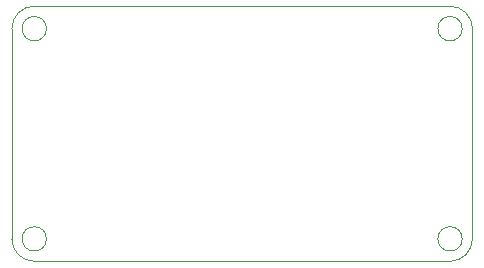
<source format=gbr>
%TF.GenerationSoftware,KiCad,Pcbnew,9.0.1*%
%TF.CreationDate,2025-07-01T21:06:15-04:00*%
%TF.ProjectId,Tiny Solar Power Suppy,54696e79-2053-46f6-9c61-7220506f7765,rev?*%
%TF.SameCoordinates,Original*%
%TF.FileFunction,Profile,NP*%
%FSLAX46Y46*%
G04 Gerber Fmt 4.6, Leading zero omitted, Abs format (unit mm)*
G04 Created by KiCad (PCBNEW 9.0.1) date 2025-07-01 21:06:15*
%MOMM*%
%LPD*%
G01*
G04 APERTURE LIST*
%TA.AperFunction,Profile*%
%ADD10C,0.050000*%
%TD*%
G04 APERTURE END LIST*
D10*
X90900000Y-131300000D02*
X90900000Y-113500000D01*
X128000000Y-133200000D02*
X92800000Y-133200000D01*
X129900000Y-113500000D02*
X129900000Y-131300000D01*
X92800000Y-111600000D02*
X128000000Y-111600000D01*
X90900000Y-113500000D02*
G75*
G02*
X92800000Y-111600000I1900000J0D01*
G01*
X92800000Y-133200000D02*
G75*
G02*
X90900000Y-131300000I0J1900000D01*
G01*
X129900000Y-131300000D02*
G75*
G02*
X128000000Y-133200000I-1900000J0D01*
G01*
X128000000Y-111600000D02*
G75*
G02*
X129900000Y-113500000I0J-1900000D01*
G01*
X93829563Y-131300000D02*
G75*
G02*
X91770437Y-131300000I-1029563J0D01*
G01*
X91770437Y-131300000D02*
G75*
G02*
X93829563Y-131300000I1029563J0D01*
G01*
X129029563Y-113500000D02*
G75*
G02*
X126970437Y-113500000I-1029563J0D01*
G01*
X126970437Y-113500000D02*
G75*
G02*
X129029563Y-113500000I1029563J0D01*
G01*
X93829563Y-113500000D02*
G75*
G02*
X91770437Y-113500000I-1029563J0D01*
G01*
X91770437Y-113500000D02*
G75*
G02*
X93829563Y-113500000I1029563J0D01*
G01*
X129029563Y-131300000D02*
G75*
G02*
X126970437Y-131300000I-1029563J0D01*
G01*
X126970437Y-131300000D02*
G75*
G02*
X129029563Y-131300000I1029563J0D01*
G01*
M02*

</source>
